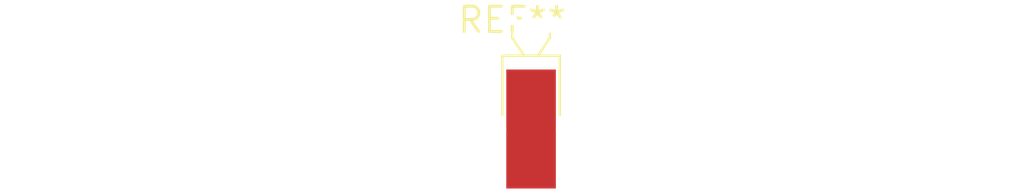
<source format=kicad_pcb>
(kicad_pcb (version 20240108) (generator pcbnew)
  (layers (0 "F.Cu" signal) (31 "B.Cu" signal) (34 "B.Paste" user) (35 "F.Paste" user) (36 "B.SilkS" user "B.Silkscreen") (37 "F.SilkS" user "F.Silkscreen") (38 "B.Mask" user) (39 "F.Mask" user) (44 "Edge.Cuts" user))
  (net 0 "")
  (footprint "Crystal_DS26_D2.0mm_L6.0mm_Horizontal_1EP_style2" (layer "F.Cu") (at 0 0)
    (property "Reference" "REF**")
    (property "Value" "Crystal_DS26_D2.0mm_L6.0mm_Horizontal_1EP_style2")
    (fp_line (start -0.5 1.8) (end 2.4 1.8) (layer "F.SilkS") (stroke (width 0.12)))
    (fp_line (start -0.5 4.8) (end -0.5 1.8) (layer "F.SilkS") (stroke (width 0.12)))
    (fp_line (start 0 0.9) (end 0 0.7) (layer "F.SilkS") (stroke (width 0.12)))
    (fp_line (start 0.6 1.8) (end 0 0.9) (layer "F.SilkS") (stroke (width 0.12)))
    (fp_line (start 1.3 1.8) (end 1.9 0.9) (layer "F.SilkS") (stroke (width 0.12)))
    (fp_line (start 1.9 0.9) (end 1.9 0.7) (layer "F.SilkS") (stroke (width 0.12)))
    (fp_line (start 2.4 1.8) (end 2.4 4.8) (layer "F.SilkS") (stroke (width 0.12)))
    (pad "1" thru_hole circle (at 0 0) (size 1 1) (drill 0.5) (layers *.Cu *.Mask) (remove_unused_layers))
    (pad "2" thru_hole circle (at 1.9 0) (size 1 1) (drill 0.5) (layers *.Cu *.Mask) (remove_unused_layers))
    (pad "3" thru_hole rect (at -0.55 5.5) (size 1 1) (drill 0.5) (layers *.Cu *.Mask) (remove_unused_layers))
    (pad "3" smd rect (at 0.95 5.5) (size 2.5 6) (layers "F.Cu" "F.Paste" "F.Mask"))
    (pad "3" thru_hole rect (at 2.45 5.5) (size 1 1) (drill 0.5) (layers *.Cu *.Mask) (remove_unused_layers))
  )
)
</source>
